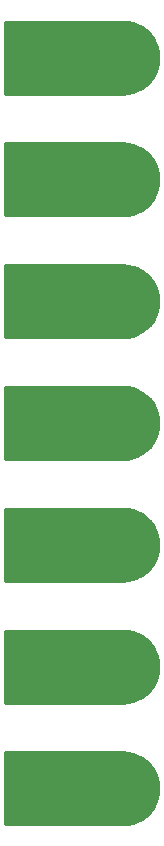
<source format=gbl>
G75*
%MOIN*%
%OFA0B0*%
%FSLAX25Y25*%
%IPPOS*%
%LPD*%
%AMOC8*
5,1,8,0,0,1.08239X$1,22.5*
%
%ADD10C,0.20000*%
%ADD11C,0.01000*%
D10*
X0158283Y0068433D03*
X0181283Y0068433D03*
X0181283Y0109033D03*
X0158283Y0109033D03*
X0158283Y0149633D03*
X0181283Y0149633D03*
X0181283Y0190233D03*
X0158283Y0190233D03*
X0158283Y0230833D03*
X0181283Y0230833D03*
X0181283Y0271433D03*
X0158283Y0271433D03*
X0158283Y0312033D03*
X0181283Y0312033D03*
D11*
X0181283Y0056433D02*
X0142283Y0056433D01*
X0142283Y0080433D01*
X0181283Y0080433D01*
X0182991Y0080311D01*
X0184664Y0079947D01*
X0186268Y0079349D01*
X0187771Y0078528D01*
X0189142Y0077502D01*
X0190352Y0076292D01*
X0191378Y0074921D01*
X0192199Y0073418D01*
X0192797Y0071814D01*
X0193161Y0070141D01*
X0193283Y0068433D01*
X0193161Y0066726D01*
X0192797Y0065053D01*
X0192199Y0063448D01*
X0191378Y0061946D01*
X0190352Y0060575D01*
X0189142Y0059364D01*
X0187771Y0058338D01*
X0186268Y0057518D01*
X0184664Y0056919D01*
X0182991Y0056555D01*
X0181283Y0056433D01*
X0184193Y0056817D02*
X0142283Y0056817D01*
X0142283Y0057815D02*
X0186814Y0057815D01*
X0188406Y0058814D02*
X0142283Y0058814D01*
X0142283Y0059812D02*
X0189590Y0059812D01*
X0190529Y0060811D02*
X0142283Y0060811D01*
X0142283Y0061810D02*
X0191276Y0061810D01*
X0191849Y0062808D02*
X0142283Y0062808D01*
X0142283Y0063807D02*
X0192333Y0063807D01*
X0192705Y0064805D02*
X0142283Y0064805D01*
X0142283Y0065804D02*
X0192961Y0065804D01*
X0193167Y0066802D02*
X0142283Y0066802D01*
X0142283Y0067801D02*
X0193238Y0067801D01*
X0193257Y0068799D02*
X0142283Y0068799D01*
X0142283Y0069798D02*
X0193186Y0069798D01*
X0193019Y0070796D02*
X0142283Y0070796D01*
X0142283Y0071795D02*
X0192801Y0071795D01*
X0192432Y0072793D02*
X0142283Y0072793D01*
X0142283Y0073792D02*
X0191995Y0073792D01*
X0191450Y0074790D02*
X0142283Y0074790D01*
X0142283Y0075789D02*
X0190729Y0075789D01*
X0189857Y0076787D02*
X0142283Y0076787D01*
X0142283Y0077786D02*
X0188763Y0077786D01*
X0187302Y0078784D02*
X0142283Y0078784D01*
X0142283Y0079783D02*
X0185105Y0079783D01*
X0182991Y0097155D02*
X0184664Y0097519D01*
X0186268Y0098118D01*
X0187771Y0098938D01*
X0189142Y0099964D01*
X0190352Y0101175D01*
X0191378Y0102546D01*
X0192199Y0104048D01*
X0192797Y0105653D01*
X0193161Y0107326D01*
X0193283Y0109033D01*
X0193161Y0110741D01*
X0192797Y0112414D01*
X0192199Y0114018D01*
X0191378Y0115521D01*
X0190352Y0116892D01*
X0189142Y0118102D01*
X0187771Y0119128D01*
X0186268Y0119949D01*
X0184664Y0120547D01*
X0182991Y0120911D01*
X0181283Y0121033D01*
X0142283Y0121033D01*
X0142283Y0097033D01*
X0181283Y0097033D01*
X0182991Y0097155D01*
X0185298Y0097756D02*
X0142283Y0097756D01*
X0142283Y0098754D02*
X0187434Y0098754D01*
X0188859Y0099753D02*
X0142283Y0099753D01*
X0142283Y0100751D02*
X0189929Y0100751D01*
X0190783Y0101750D02*
X0142283Y0101750D01*
X0142283Y0102748D02*
X0191489Y0102748D01*
X0192034Y0103747D02*
X0142283Y0103747D01*
X0142283Y0104745D02*
X0192459Y0104745D01*
X0192817Y0105744D02*
X0142283Y0105744D01*
X0142283Y0106743D02*
X0193034Y0106743D01*
X0193191Y0107741D02*
X0142283Y0107741D01*
X0142283Y0108740D02*
X0193262Y0108740D01*
X0193233Y0109738D02*
X0142283Y0109738D01*
X0142283Y0110737D02*
X0193162Y0110737D01*
X0192945Y0111735D02*
X0142283Y0111735D01*
X0142283Y0112734D02*
X0192678Y0112734D01*
X0192306Y0113732D02*
X0142283Y0113732D01*
X0142283Y0114731D02*
X0191810Y0114731D01*
X0191223Y0115729D02*
X0142283Y0115729D01*
X0142283Y0116728D02*
X0190475Y0116728D01*
X0189518Y0117726D02*
X0142283Y0117726D01*
X0142283Y0118725D02*
X0188310Y0118725D01*
X0186682Y0119723D02*
X0142283Y0119723D01*
X0142283Y0120722D02*
X0183862Y0120722D01*
X0182991Y0137755D02*
X0184664Y0138119D01*
X0186268Y0138718D01*
X0187771Y0139538D01*
X0189142Y0140564D01*
X0190352Y0141775D01*
X0191378Y0143146D01*
X0192199Y0144648D01*
X0192797Y0146253D01*
X0193161Y0147926D01*
X0193283Y0149633D01*
X0193161Y0151341D01*
X0192797Y0153014D01*
X0192199Y0154618D01*
X0191378Y0156121D01*
X0190352Y0157492D01*
X0189142Y0158702D01*
X0187771Y0159728D01*
X0186268Y0160549D01*
X0184664Y0161147D01*
X0182991Y0161511D01*
X0181283Y0161633D01*
X0142283Y0161633D01*
X0142283Y0137633D01*
X0181283Y0137633D01*
X0182991Y0137755D01*
X0182165Y0137696D02*
X0142283Y0137696D01*
X0142283Y0138695D02*
X0186207Y0138695D01*
X0187978Y0139693D02*
X0142283Y0139693D01*
X0142283Y0140692D02*
X0189269Y0140692D01*
X0190268Y0141690D02*
X0142283Y0141690D01*
X0142283Y0142689D02*
X0191036Y0142689D01*
X0191674Y0143687D02*
X0142283Y0143687D01*
X0142283Y0144686D02*
X0192213Y0144686D01*
X0192585Y0145684D02*
X0142283Y0145684D01*
X0142283Y0146683D02*
X0192891Y0146683D01*
X0193108Y0147681D02*
X0142283Y0147681D01*
X0142283Y0148680D02*
X0193215Y0148680D01*
X0193280Y0149679D02*
X0142283Y0149679D01*
X0142283Y0150677D02*
X0193209Y0150677D01*
X0193088Y0151676D02*
X0142283Y0151676D01*
X0142283Y0152674D02*
X0192871Y0152674D01*
X0192552Y0153673D02*
X0142283Y0153673D01*
X0142283Y0154671D02*
X0192170Y0154671D01*
X0191625Y0155670D02*
X0142283Y0155670D01*
X0142283Y0156668D02*
X0190969Y0156668D01*
X0190177Y0157667D02*
X0142283Y0157667D01*
X0142283Y0158665D02*
X0189179Y0158665D01*
X0187858Y0159664D02*
X0142283Y0159664D01*
X0142283Y0160662D02*
X0185965Y0160662D01*
X0182991Y0178355D02*
X0184664Y0178719D01*
X0186268Y0179318D01*
X0187771Y0180138D01*
X0189142Y0181164D01*
X0190352Y0182375D01*
X0191378Y0183746D01*
X0192199Y0185248D01*
X0192797Y0186853D01*
X0193161Y0188526D01*
X0193283Y0190233D01*
X0193161Y0191941D01*
X0192797Y0193614D01*
X0192199Y0195218D01*
X0191378Y0196721D01*
X0190352Y0198092D01*
X0189142Y0199302D01*
X0187771Y0200328D01*
X0186268Y0201149D01*
X0184664Y0201747D01*
X0182991Y0202111D01*
X0181283Y0202233D01*
X0142283Y0202233D01*
X0142283Y0178233D01*
X0181283Y0178233D01*
X0182991Y0178355D01*
X0184278Y0178635D02*
X0142283Y0178635D01*
X0142283Y0179634D02*
X0186847Y0179634D01*
X0188431Y0180632D02*
X0142283Y0180632D01*
X0142283Y0181631D02*
X0189608Y0181631D01*
X0190543Y0182629D02*
X0142283Y0182629D01*
X0142283Y0183628D02*
X0191290Y0183628D01*
X0191859Y0184626D02*
X0142283Y0184626D01*
X0142283Y0185625D02*
X0192339Y0185625D01*
X0192712Y0186623D02*
X0142283Y0186623D01*
X0142283Y0187622D02*
X0192965Y0187622D01*
X0193168Y0188620D02*
X0142283Y0188620D01*
X0142283Y0189619D02*
X0193239Y0189619D01*
X0193256Y0190617D02*
X0142283Y0190617D01*
X0142283Y0191616D02*
X0193184Y0191616D01*
X0193015Y0192614D02*
X0142283Y0192614D01*
X0142283Y0193613D02*
X0192797Y0193613D01*
X0192425Y0194612D02*
X0142283Y0194612D01*
X0142283Y0195610D02*
X0191985Y0195610D01*
X0191440Y0196609D02*
X0142283Y0196609D01*
X0142283Y0197607D02*
X0190715Y0197607D01*
X0189838Y0198606D02*
X0142283Y0198606D01*
X0142283Y0199604D02*
X0188739Y0199604D01*
X0187269Y0200603D02*
X0142283Y0200603D01*
X0142283Y0201601D02*
X0185056Y0201601D01*
X0182991Y0218955D02*
X0184664Y0219319D01*
X0186268Y0219918D01*
X0187771Y0220738D01*
X0189142Y0221764D01*
X0190352Y0222975D01*
X0191378Y0224346D01*
X0192199Y0225848D01*
X0192797Y0227453D01*
X0193161Y0229126D01*
X0193283Y0230833D01*
X0193161Y0232541D01*
X0192797Y0234214D01*
X0192199Y0235818D01*
X0191378Y0237321D01*
X0190352Y0238692D01*
X0189142Y0239902D01*
X0187771Y0240928D01*
X0186268Y0241749D01*
X0184664Y0242347D01*
X0182991Y0242711D01*
X0181283Y0242833D01*
X0142283Y0242833D01*
X0142283Y0218833D01*
X0181283Y0218833D01*
X0182991Y0218955D01*
X0185347Y0219574D02*
X0142283Y0219574D01*
X0142283Y0220573D02*
X0187468Y0220573D01*
X0188884Y0221571D02*
X0142283Y0221571D01*
X0142283Y0222570D02*
X0189947Y0222570D01*
X0190796Y0223568D02*
X0142283Y0223568D01*
X0142283Y0224567D02*
X0191499Y0224567D01*
X0192044Y0225565D02*
X0142283Y0225565D01*
X0142283Y0226564D02*
X0192466Y0226564D01*
X0192821Y0227562D02*
X0142283Y0227562D01*
X0142283Y0228561D02*
X0193038Y0228561D01*
X0193192Y0229559D02*
X0142283Y0229559D01*
X0142283Y0230558D02*
X0193264Y0230558D01*
X0193232Y0231556D02*
X0142283Y0231556D01*
X0142283Y0232555D02*
X0193158Y0232555D01*
X0192941Y0233553D02*
X0142283Y0233553D01*
X0142283Y0234552D02*
X0192671Y0234552D01*
X0192299Y0235550D02*
X0142283Y0235550D01*
X0142283Y0236549D02*
X0191800Y0236549D01*
X0191209Y0237548D02*
X0142283Y0237548D01*
X0142283Y0238546D02*
X0190461Y0238546D01*
X0189499Y0239545D02*
X0142283Y0239545D01*
X0142283Y0240543D02*
X0188286Y0240543D01*
X0186648Y0241542D02*
X0142283Y0241542D01*
X0142283Y0242540D02*
X0183778Y0242540D01*
X0182422Y0259515D02*
X0142283Y0259515D01*
X0142283Y0259433D02*
X0181283Y0259433D01*
X0182991Y0259555D01*
X0184664Y0259919D01*
X0186268Y0260518D01*
X0187771Y0261338D01*
X0189142Y0262364D01*
X0190352Y0263575D01*
X0191378Y0264946D01*
X0192199Y0266448D01*
X0192797Y0268053D01*
X0193161Y0269726D01*
X0193283Y0271433D01*
X0193161Y0273141D01*
X0192797Y0274814D01*
X0192199Y0276418D01*
X0191378Y0277921D01*
X0190352Y0279292D01*
X0189142Y0280502D01*
X0187771Y0281528D01*
X0186268Y0282349D01*
X0184664Y0282947D01*
X0182991Y0283311D01*
X0181283Y0283433D01*
X0142283Y0283433D01*
X0142283Y0259433D01*
X0142283Y0260513D02*
X0186256Y0260513D01*
X0188003Y0261512D02*
X0142283Y0261512D01*
X0142283Y0262510D02*
X0189288Y0262510D01*
X0190286Y0263509D02*
X0142283Y0263509D01*
X0142283Y0264507D02*
X0191050Y0264507D01*
X0191684Y0265506D02*
X0142283Y0265506D01*
X0142283Y0266504D02*
X0192220Y0266504D01*
X0192592Y0267503D02*
X0142283Y0267503D01*
X0142283Y0268501D02*
X0192895Y0268501D01*
X0193112Y0269500D02*
X0142283Y0269500D01*
X0142283Y0270498D02*
X0193216Y0270498D01*
X0193279Y0271497D02*
X0142283Y0271497D01*
X0142283Y0272495D02*
X0193207Y0272495D01*
X0193084Y0273494D02*
X0142283Y0273494D01*
X0142283Y0274492D02*
X0192867Y0274492D01*
X0192545Y0275491D02*
X0142283Y0275491D01*
X0142283Y0276489D02*
X0192160Y0276489D01*
X0191615Y0277488D02*
X0142283Y0277488D01*
X0142283Y0278486D02*
X0190955Y0278486D01*
X0190159Y0279485D02*
X0142283Y0279485D01*
X0142283Y0280483D02*
X0189160Y0280483D01*
X0187833Y0281482D02*
X0142283Y0281482D01*
X0142283Y0282481D02*
X0185915Y0282481D01*
X0182991Y0300155D02*
X0181283Y0300033D01*
X0142283Y0300033D01*
X0142283Y0324033D01*
X0181283Y0324033D01*
X0182991Y0323911D01*
X0184664Y0323547D01*
X0186268Y0322949D01*
X0187771Y0322128D01*
X0189142Y0321102D01*
X0190352Y0319892D01*
X0191378Y0318521D01*
X0192199Y0317018D01*
X0192797Y0315414D01*
X0193161Y0313741D01*
X0193283Y0312033D01*
X0193161Y0310326D01*
X0192797Y0308653D01*
X0192199Y0307048D01*
X0191378Y0305546D01*
X0190352Y0304175D01*
X0189142Y0302964D01*
X0187771Y0301938D01*
X0186268Y0301118D01*
X0184664Y0300519D01*
X0182991Y0300155D01*
X0184362Y0300454D02*
X0142283Y0300454D01*
X0142283Y0301452D02*
X0186881Y0301452D01*
X0188456Y0302451D02*
X0142283Y0302451D01*
X0142283Y0303449D02*
X0189627Y0303449D01*
X0190557Y0304448D02*
X0142283Y0304448D01*
X0142283Y0305446D02*
X0191304Y0305446D01*
X0191869Y0306445D02*
X0142283Y0306445D01*
X0142283Y0307443D02*
X0192346Y0307443D01*
X0192719Y0308442D02*
X0142283Y0308442D01*
X0142283Y0309440D02*
X0192969Y0309440D01*
X0193169Y0310439D02*
X0142283Y0310439D01*
X0142283Y0311437D02*
X0193241Y0311437D01*
X0193255Y0312436D02*
X0142283Y0312436D01*
X0142283Y0313434D02*
X0193183Y0313434D01*
X0193011Y0314433D02*
X0142283Y0314433D01*
X0142283Y0315431D02*
X0192791Y0315431D01*
X0192418Y0316430D02*
X0142283Y0316430D01*
X0142283Y0317428D02*
X0191975Y0317428D01*
X0191430Y0318427D02*
X0142283Y0318427D01*
X0142283Y0319425D02*
X0190701Y0319425D01*
X0189820Y0320424D02*
X0142283Y0320424D01*
X0142283Y0321422D02*
X0188714Y0321422D01*
X0187235Y0322421D02*
X0142283Y0322421D01*
X0142283Y0323419D02*
X0185007Y0323419D01*
M02*

</source>
